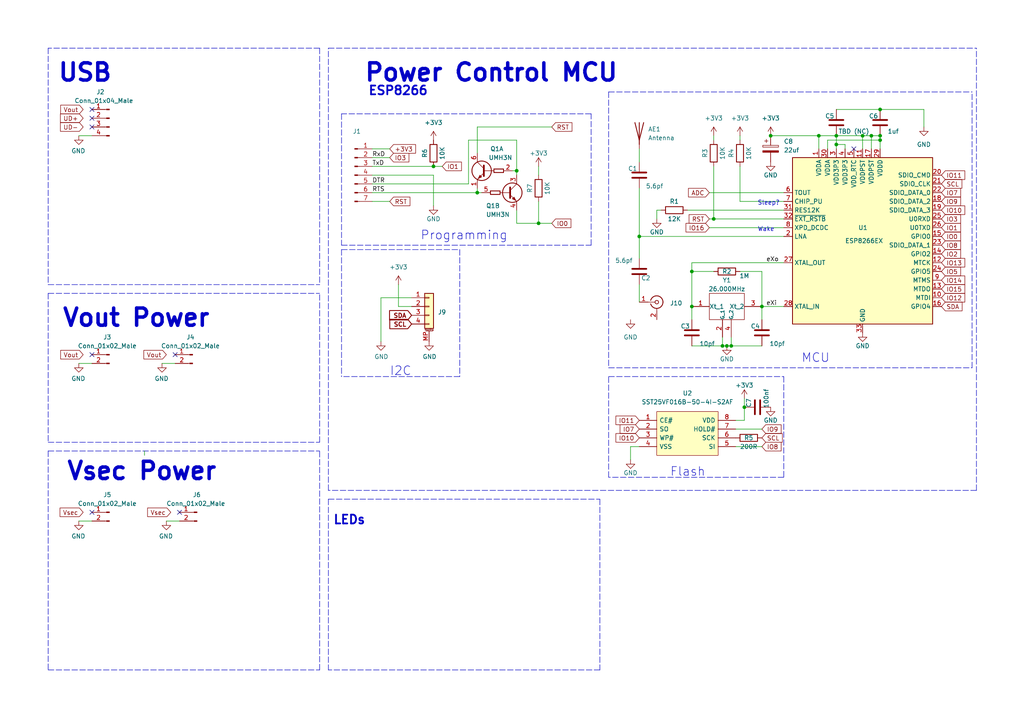
<source format=kicad_sch>
(kicad_sch (version 20211123) (generator eeschema)
  (paper "A4")
  (title_block (title "USB-C PD Controller") (rev "0.0.1") (company "The Nerd Mage"))
  (lib_symbols
    (symbol "0-TINKER Customs:ABM8-26.000MHz-20-D1X-T" (pin_names (offset 0.002))
      (property "Reference" "Y2" (at 0 8.255 0))
      (property "Value" "ABM8-26.000MHz-20-D1X-T" (at 0 6.35 0))
      (symbol "ABM8-26.000MHz-20-D1X-T_0_0"
        (pin passive line (at -10.16 0 0) (length 5.08) (name "Xt_1") (number "1"))
        (pin passive line (at -1.27 -8.89 90) (length 5.08) (name "G_1") (number "2"))
        (pin passive line (at 10.16 0 180) (length 5.08) (name "Xt_2") (number "3"))
        (pin passive line (at 1.27 -8.89 90) (length 5.08) (name "G_2") (number "4"))
      )
      (symbol "ABM8-26.000MHz-20-D1X-T_0_1"
        (polyline (pts (xy -5.08 3.81) (xy 5.08 3.81) (xy 5.08 -3.81) (xy -5.08 -3.81) (xy -5.08 3.81)) (stroke (width 0.1524)))
      )
    )
    (symbol "0-TINKER Customs:SST25VF016B-50-4I-S2AF" (pin_names (offset 0.762))
      (property "Reference" "IC1" (at 13.97 7.62 0))
      (property "Value" "SST25VF016B-50-4I-S2AF" (at 13.97 5.08 0))
      (symbol "SST25VF016B-50-4I-S2AF_0_0"
        (pin passive line (at 0 0 0) (length 5.08) (name "CE#") (number "1"))
        (pin passive line (at 0 -2.54 0) (length 5.08) (name "SO") (number "2"))
        (pin passive line (at 0 -5.08 0) (length 5.08) (name "WP#") (number "3"))
        (pin passive line (at 0 -7.62 0) (length 5.08) (name "VSS") (number "4"))
        (pin passive line (at 27.94 -7.62 180) (length 5.08) (name "SI") (number "5"))
        (pin passive line (at 27.94 -5.08 180) (length 5.08) (name "SCK") (number "6"))
        (pin passive line (at 27.94 -2.54 180) (length 5.08) (name "HOLD#") (number "7"))
        (pin passive line (at 27.94 0 180) (length 5.08) (name "VDD") (number "8"))
      )
      (symbol "SST25VF016B-50-4I-S2AF_0_1"
        (polyline (pts (xy 5.08 2.54) (xy 22.86 2.54) (xy 22.86 -10.16) (xy 5.08 -10.16) (xy 5.08 2.54)) (stroke (width 0.1524)) (fill (type background)))
      )
    )
    (symbol "Connector:Conn_01x02_Male" (pin_names (offset 1.016) hide)
      (property "Reference" "J" (at 0 2.54 0))
      (property "Value" "Conn_01x02_Male" (at 0 -5.08 0))
      (symbol "Conn_01x02_Male_1_1"
        (polyline (pts (xy 1.27 -2.54) (xy 0.8636 -2.54)) (stroke (width 0.1524)))
        (polyline (pts (xy 1.27 0) (xy 0.8636 0)) (stroke (width 0.1524)))
        (rectangle (start 0.8636 -2.413) (end 0 -2.667) (stroke (width 0.1524)) (fill (type outline)))
        (rectangle (start 0.8636 0.127) (end 0 -0.127) (stroke (width 0.1524)) (fill (type outline)))
        (pin passive line (at 5.08 0 180) (length 3.81) (name "Pin_1") (number "1"))
        (pin passive line (at 5.08 -2.54 180) (length 3.81) (name "Pin_2") (number "2"))
      )
    )
    (symbol "Connector:Conn_01x04_Male" (pin_names (offset 1.016) hide)
      (property "Reference" "J" (at 0 5.08 0))
      (property "Value" "Conn_01x04_Male" (at 0 -7.62 0))
      (symbol "Conn_01x04_Male_1_1"
        (polyline (pts (xy 1.27 -5.08) (xy 0.8636 -5.08)) (stroke (width 0.1524)))
        (polyline (pts (xy 1.27 -2.54) (xy 0.8636 -2.54)) (stroke (width 0.1524)))
        (polyline (pts (xy 1.27 0) (xy 0.8636 0)) (stroke (width 0.1524)))
        (polyline (pts (xy 1.27 2.54) (xy 0.8636 2.54)) (stroke (width 0.1524)))
        (rectangle (start 0.8636 -4.953) (end 0 -5.207) (stroke (width 0.1524)) (fill (type outline)))
        (rectangle (start 0.8636 -2.413) (end 0 -2.667) (stroke (width 0.1524)) (fill (type outline)))
        (rectangle (start 0.8636 0.127) (end 0 -0.127) (stroke (width 0.1524)) (fill (type outline)))
        (rectangle (start 0.8636 2.667) (end 0 2.413) (stroke (width 0.1524)) (fill (type outline)))
        (pin passive line (at 5.08 2.54 180) (length 3.81) (name "Pin_1") (number "1"))
        (pin passive line (at 5.08 0 180) (length 3.81) (name "Pin_2") (number "2"))
        (pin passive line (at 5.08 -2.54 180) (length 3.81) (name "Pin_3") (number "3"))
        (pin passive line (at 5.08 -5.08 180) (length 3.81) (name "Pin_4") (number "4"))
      )
    )
    (symbol "Connector:Conn_01x07_Male" (pin_names (offset 1.016) hide)
      (property "Reference" "J" (at 0 10.16 0))
      (property "Value" "Conn_01x07_Male" (at 0 -10.16 0))
      (symbol "Conn_01x07_Male_1_1"
        (polyline (pts (xy 1.27 -7.62) (xy 0.8636 -7.62)) (stroke (width 0.1524)))
        (polyline (pts (xy 1.27 -5.08) (xy 0.8636 -5.08)) (stroke (width 0.1524)))
        (polyline (pts (xy 1.27 -2.54) (xy 0.8636 -2.54)) (stroke (width 0.1524)))
        (polyline (pts (xy 1.27 0) (xy 0.8636 0)) (stroke (width 0.1524)))
        (polyline (pts (xy 1.27 2.54) (xy 0.8636 2.54)) (stroke (width 0.1524)))
        (polyline (pts (xy 1.27 5.08) (xy 0.8636 5.08)) (stroke (width 0.1524)))
        (polyline (pts (xy 1.27 7.62) (xy 0.8636 7.62)) (stroke (width 0.1524)))
        (rectangle (start 0.8636 -7.493) (end 0 -7.747) (stroke (width 0.1524)) (fill (type outline)))
        (rectangle (start 0.8636 -4.953) (end 0 -5.207) (stroke (width 0.1524)) (fill (type outline)))
        (rectangle (start 0.8636 -2.413) (end 0 -2.667) (stroke (width 0.1524)) (fill (type outline)))
        (rectangle (start 0.8636 0.127) (end 0 -0.127) (stroke (width 0.1524)) (fill (type outline)))
        (rectangle (start 0.8636 2.667) (end 0 2.413) (stroke (width 0.1524)) (fill (type outline)))
        (rectangle (start 0.8636 5.207) (end 0 4.953) (stroke (width 0.1524)) (fill (type outline)))
        (rectangle (start 0.8636 7.747) (end 0 7.493) (stroke (width 0.1524)) (fill (type outline)))
        (pin passive line (at 5.08 7.62 180) (length 3.81) (name "Pin_1") (number "1"))
        (pin passive line (at 5.08 5.08 180) (length 3.81) (name "Pin_2") (number "2"))
        (pin passive line (at 5.08 2.54 180) (length 3.81) (name "Pin_3") (number "3"))
        (pin passive line (at 5.08 0 180) (length 3.81) (name "Pin_4") (number "4"))
        (pin passive line (at 5.08 -2.54 180) (length 3.81) (name "Pin_5") (number "5"))
        (pin passive line (at 5.08 -5.08 180) (length 3.81) (name "Pin_6") (number "6"))
        (pin passive line (at 5.08 -7.62 180) (length 3.81) (name "Pin_7") (number "7"))
      )
    )
    (symbol "Connector:Conn_Coaxial" (pin_names (offset 1.016) hide)
      (property "Reference" "J" (at 0.254 3.048 0))
      (property "Value" "Conn_Coaxial" (at 2.921 0 90))
      (symbol "Conn_Coaxial_0_1"
        (arc (start -1.778 -0.508) (mid 0.222 -1.808) (end 1.778 0) (stroke (width 0.254)))
        (polyline (pts (xy -2.54 0) (xy -0.508 0)))
        (polyline (pts (xy 0 -2.54) (xy 0 -1.778)))
        (circle (center 0 0) (radius 0.508) (stroke (width 0.2032)))
        (arc (start 1.778 0) (mid 0.2221 1.8083) (end -1.778 0.508) (stroke (width 0.254)))
      )
      (symbol "Conn_Coaxial_1_1"
        (pin passive line (at -5.08 0 0) (length 2.54) (name "In") (number "1"))
        (pin passive line (at 0 -5.08 90) (length 2.54) (name "Ext") (number "2"))
      )
    )
    (symbol "Connector_Generic_MountingPin:Conn_01x04_MountingPin" (pin_names (offset 1.016) hide)
      (property "Reference" "J" (at 0 5.08 0))
      (property "Value" "Conn_01x04_MountingPin" (at 1.27 -7.62 0))
      (symbol "Conn_01x04_MountingPin_1_1"
        (rectangle (start -1.27 -4.953) (end 0 -5.207) (stroke (width 0.1524)))
        (rectangle (start -1.27 -2.413) (end 0 -2.667) (stroke (width 0.1524)))
        (rectangle (start -1.27 0.127) (end 0 -0.127) (stroke (width 0.1524)))
        (rectangle (start -1.27 2.667) (end 0 2.413) (stroke (width 0.1524)))
        (rectangle (start -1.27 3.81) (end 1.27 -6.35) (stroke (width 0.254)) (fill (type background)))
        (polyline (pts (xy -1.016 -7.112) (xy 1.016 -7.112)) (stroke (width 0.1524)))
        (text "Mounting" (at 0 -6.731 0) (effects (font (size 0.381 0.381))))
        (pin passive line (at -5.08 2.54 0) (length 3.81) (name "Pin_1") (number "1"))
        (pin passive line (at -5.08 0 0) (length 3.81) (name "Pin_2") (number "2"))
        (pin passive line (at -5.08 -2.54 0) (length 3.81) (name "Pin_3") (number "3"))
        (pin passive line (at -5.08 -5.08 0) (length 3.81) (name "Pin_4") (number "4"))
        (pin passive line (at 0 -10.16 90) (length 3.048) (name "MountPin") (number "MP"))
      )
    )
    (symbol "Device:C" (pin_numbers hide) (pin_names (offset 0.254))
      (property "Reference" "C" (at 0.635 2.54 0))
      (property "Value" "C" (at 0.635 -2.54 0))
      (symbol "C_0_1"
        (polyline (pts (xy -2.032 -0.762) (xy 2.032 -0.762)) (stroke (width 0.508)))
        (polyline (pts (xy -2.032 0.762) (xy 2.032 0.762)) (stroke (width 0.508)))
      )
      (symbol "C_1_1"
        (pin passive line (at 0 3.81 270) (length 2.794) (name "~") (number "1"))
        (pin passive line (at 0 -3.81 90) (length 2.794) (name "~") (number "2"))
      )
    )
    (symbol "Device:C_Polarized" (pin_numbers hide) (pin_names (offset 0.254))
      (property "Reference" "C" (at 0.635 2.54 0))
      (property "Value" "C_Polarized" (at 0.635 -2.54 0))
      (symbol "C_Polarized_0_1"
        (rectangle (start -2.286 0.508) (end 2.286 1.016))
        (polyline (pts (xy -1.778 2.286) (xy -0.762 2.286)))
        (polyline (pts (xy -1.27 2.794) (xy -1.27 1.778)))
        (rectangle (start 2.286 -0.508) (end -2.286 -1.016) (fill (type outline)))
      )
      (symbol "C_Polarized_1_1"
        (pin passive line (at 0 3.81 270) (length 2.794) (name "~") (number "1"))
        (pin passive line (at 0 -3.81 90) (length 2.794) (name "~") (number "2"))
      )
    )
    (symbol "Device:R" (pin_numbers hide) (pin_names (offset 0))
      (property "Reference" "R" (at 2.032 0 90))
      (property "Value" "R" (at 0 0 90))
      (symbol "R_0_1"
        (rectangle (start -1.016 -2.54) (end 1.016 2.54) (stroke (width 0.254)))
      )
      (symbol "R_1_1"
        (pin passive line (at 0 3.81 270) (length 1.27) (name "~") (number "1"))
        (pin passive line (at 0 -3.81 90) (length 1.27) (name "~") (number "2"))
      )
    )
    (symbol "MCU_Espressif:ESP8266EX"
      (property "Reference" "U" (at 0 2.54 0))
      (property "Value" "ESP8266EX" (at 0 -2.54 0))
      (symbol "ESP8266EX_0_1"
        (rectangle (start -20.32 22.86) (end 20.32 -25.4) (stroke (width 0.254)) (fill (type background)))
      )
      (symbol "ESP8266EX_1_1"
        (pin power_in line (at -12.7 25.4 270) (length 2.54) (name "VDDA") (number "1"))
        (pin bidirectional line (at 22.86 -17.78 180) (length 2.54) (name "MTDI") (number "10"))
        (pin power_in line (at 0 25.4 270) (length 2.54) (name "VDDPST") (number "11"))
        (pin bidirectional line (at 22.86 -7.62 180) (length 2.54) (name "MTCK") (number "12"))
        (pin bidirectional line (at 22.86 -15.24 180) (length 2.54) (name "MTDO") (number "13"))
        (pin bidirectional line (at 22.86 -5.08 180) (length 2.54) (name "GPIO2") (number "14"))
        (pin bidirectional line (at 22.86 0 180) (length 2.54) (name "GPIO0") (number "15"))
        (pin bidirectional line (at 22.86 -20.32 180) (length 2.54) (name "GPIO4") (number "16"))
        (pin power_in line (at 2.54 25.4 270) (length 2.54) (name "VDDPST") (number "17"))
        (pin bidirectional line (at 22.86 10.16 180) (length 2.54) (name "SDIO_DATA_2") (number "18"))
        (pin bidirectional line (at 22.86 7.62 180) (length 2.54) (name "SDIO_DATA_3") (number "19"))
        (pin bidirectional line (at -22.86 0 0) (length 2.54) (name "LNA") (number "2"))
        (pin bidirectional line (at 22.86 17.78 180) (length 2.54) (name "SDIO_CMD") (number "20"))
        (pin bidirectional line (at 22.86 15.24 180) (length 2.54) (name "SDIO_CLK") (number "21"))
        (pin bidirectional line (at 22.86 12.7 180) (length 2.54) (name "SDIO_DATA_0") (number "22"))
        (pin bidirectional line (at 22.86 -2.54 180) (length 2.54) (name "SDIO_DATA_1") (number "23"))
        (pin bidirectional line (at 22.86 -10.16 180) (length 2.54) (name "GPIO5") (number "24"))
        (pin bidirectional line (at 22.86 5.08 180) (length 2.54) (name "U0RXD") (number "25"))
        (pin bidirectional line (at 22.86 2.54 180) (length 2.54) (name "U0TXD") (number "26"))
        (pin bidirectional line (at -22.86 -7.62 0) (length 2.54) (name "XTAL_OUT") (number "27"))
        (pin bidirectional line (at -22.86 -20.32 0) (length 2.54) (name "XTAL_IN") (number "28"))
        (pin power_in line (at 5.08 25.4 270) (length 2.54) (name "VDDD") (number "29"))
        (pin power_in line (at -7.62 25.4 270) (length 2.54) (name "VDD3P3") (number "3"))
        (pin power_in line (at -10.16 25.4 270) (length 2.54) (name "VDDA") (number "30"))
        (pin input line (at -22.86 7.62 0) (length 2.54) (name "RES12K") (number "31"))
        (pin input line (at -22.86 5.08 0) (length 2.54) (name "~{EXT_RSTB}") (number "32"))
        (pin power_in line (at 0 -27.94 90) (length 2.54) (name "GND") (number "33"))
        (pin power_in line (at -5.08 25.4 270) (length 2.54) (name "VDD3P3") (number "4"))
        (pin power_in line (at -2.54 25.4 270) (length 2.54) (name "VDD_RTC") (number "5"))
        (pin input line (at -22.86 12.7 0) (length 2.54) (name "TOUT") (number "6"))
        (pin input line (at -22.86 10.16 0) (length 2.54) (name "CHIP_PU") (number "7"))
        (pin bidirectional line (at -22.86 2.54 0) (length 2.54) (name "XPD_DCDC") (number "8"))
        (pin bidirectional line (at 22.86 -12.7 180) (length 2.54) (name "MTMS") (number "9"))
      )
    )
    (symbol "TINKER Customs:Antenna" (pin_numbers hide) (pin_names (offset 1.016) hide)
      (property "Reference" "AE1" (at 2.54 0.6351 0))
      (property "Value" "Antenna" (at 2.54 -1.9049 0))
      (symbol "Antenna_0_1"
        (polyline (pts (xy 0 2.54) (xy 0 -3.81)) (stroke (width 0.254)))
        (polyline (pts (xy 1.27 2.54) (xy 0 -2.54) (xy -1.27 2.54)) (stroke (width 0.254)))
      )
      (symbol "Antenna_1_1"
        (pin input line (at 0 -5.08 90) (length 2.54) (name "A") (number "1"))
      )
    )
    (symbol "Transistor_BJT:UMH3N" (pin_names hide)
      (property "Reference" "Q" (at 7.62 1.27 0))
      (property "Value" "UMH3N" (at 7.62 -1.27 0))
      (symbol "UMH3N_0_1"
        (polyline (pts (xy 3.175 0) (xy 0.254 0)))
        (polyline (pts (xy 3.175 0.635) (xy 5.08 2.54)))
        (polyline (pts (xy 3.175 1.524) (xy 3.175 -1.524)) (stroke (width 0.508)))
        (polyline (pts (xy 3.175 -0.635) (xy 5.08 -2.54) (xy 5.08 -2.54)))
        (polyline (pts (xy 3.81 -1.778) (xy 4.318 -1.27) (xy 4.826 -2.286) (xy 3.81 -1.778) (xy 3.81 -1.778)) (fill (type outline)))
        (rectangle (start 0.254 0.508) (end -2.54 -0.508) (stroke (width 0.254)))
        (circle (center 3.81 0) (radius 2.8194) (stroke (width 0.254)))
      )
      (symbol "UMH3N_1_1"
        (pin passive line (at 5.08 -5.08 90) (length 2.54) (name "E1") (number "1"))
        (pin input line (at -5.08 0 0) (length 2.54) (name "B1") (number "2"))
        (pin passive line (at 5.08 5.08 270) (length 2.54) (name "C1") (number "6"))
      )
      (symbol "UMH3N_2_1"
        (pin passive line (at 5.08 5.08 270) (length 2.54) (name "C2") (number "3"))
        (pin passive line (at 5.08 -5.08 90) (length 2.54) (name "E2") (number "4"))
        (pin input line (at -5.08 0 0) (length 2.54) (name "B2") (number "5"))
      )
    )
    (symbol "power:+3.3V" (power) (pin_names (offset 0))
      (property "Value" "+3.3V" (at 0 3.556 0))
      (symbol "+3.3V_0_1"
        (polyline (pts (xy -0.762 1.27) (xy 0 2.54)))
        (polyline (pts (xy 0 0) (xy 0 2.54)))
        (polyline (pts (xy 0 2.54) (xy 0.762 1.27)))
      )
      (symbol "+3.3V_1_1"
        (pin power_in line (at 0 0 90) (length 0) hide (name "+3V3") (number "1"))
      )
    )
    (symbol "power:GND" (power) (pin_names (offset 0))
      (property "Value" "GND" (at 0 -3.81 0))
      (symbol "GND_0_1"
        (polyline (pts (xy 0 0) (xy 0 -1.27) (xy 1.27 -1.27) (xy 0 -2.54) (xy -1.27 -1.27) (xy 0 -1.27)))
      )
      (symbol "GND_1_1"
        (pin power_in line (at 0 0 270) (length 0) hide (name "GND") (number "1"))
      )
    )
  )
  (junction (at 242.57 39.37))
  (junction (at 185.42 68.58))
  (junction (at 200.66 88.9))
  (junction (at 255.27 40.64))
  (junction (at 138.43 55.88))
  (junction (at 200.66 78.74))
  (junction (at 149.86 49.53))
  (junction (at 209.55 100.33))
  (junction (at 207.01 63.5))
  (junction (at 215.9 118.11))
  (junction (at 237.49 39.37))
  (junction (at 255.27 31.75))
  (junction (at 210.82 100.33))
  (junction (at 220.98 88.9))
  (junction (at 212.09 100.33))
  (junction (at 223.52 39.37))
  (junction (at 242.57 41.91))
  (junction (at 125.73 48.26))
  (junction (at 252.73 39.37))
  (junction (at 156.21 64.77))
  (junction (at 255.27 39.37))
  (junction (at 250.19 39.37))
  (no_connect (at 26.67 31.75))
  (no_connect (at 247.65 43.18))
  (no_connect (at 26.67 34.29))
  (no_connect (at 26.67 148.59))
  (no_connect (at 50.8 102.87))
  (no_connect (at 52.07 148.59))
  (no_connect (at 26.67 36.83))
  (no_connect (at 26.67 102.87))
  (wire (pts (xy 215.9 118.11) (xy 215.9 121.92)))
  (wire (pts (xy 200.66 78.74) (xy 200.66 88.9)))
  (wire (pts (xy 107.95 53.34) (xy 135.89 53.34)))
  (polyline (pts (xy 227.33 138.43) (xy 176.53 138.43)))
  (wire (pts (xy 107.95 48.26) (xy 125.73 48.26)))
  (wire (pts (xy 125.73 48.26) (xy 128.27 48.26)))
  (wire (pts (xy 214.63 39.37) (xy 214.63 40.64)))
  (wire (pts (xy 220.98 88.9) (xy 220.98 92.71)))
  (wire (pts (xy 205.74 66.04) (xy 227.33 66.04)))
  (wire (pts (xy 119.38 88.9) (xy 115.57 88.9)))
  (wire (pts (xy 255.27 39.37) (xy 255.27 40.64)))
  (wire (pts (xy 213.36 129.54) (xy 220.98 129.54)))
  (polyline (pts (xy 95.25 144.78) (xy 173.99 144.78)))
  (polyline (pts (xy 92.71 13.97) (xy 92.71 82.55)))
  (wire (pts (xy 200.66 76.2) (xy 200.66 78.74)))
  (wire (pts (xy 149.86 64.77) (xy 149.86 60.96)))
  (wire (pts (xy 240.03 40.64) (xy 240.03 43.18)))
  (wire (pts (xy 237.49 39.37) (xy 237.49 43.18)))
  (polyline (pts (xy 176.53 106.68) (xy 281.94 106.68)))
  (wire (pts (xy 191.77 60.96) (xy 190.5 60.96)))
  (wire (pts (xy 210.82 100.33) (xy 212.09 100.33)))
  (polyline (pts (xy 92.71 13.97) (xy 13.97 13.97)))
  (polyline (pts (xy 13.97 128.27) (xy 92.71 128.27)))
  (polyline (pts (xy 95.25 144.78) (xy 95.25 194.31)))
  (wire (pts (xy 214.63 58.42) (xy 227.33 58.42)))
  (wire (pts (xy 220.98 78.74) (xy 220.98 88.9)))
  (wire (pts (xy 242.57 41.91) (xy 242.57 43.18)))
  (wire (pts (xy 148.59 49.53) (xy 149.86 49.53)))
  (polyline (pts (xy 176.53 138.43) (xy 176.53 109.22)))
  (polyline (pts (xy 92.71 128.27) (xy 92.71 85.09)))
  (wire (pts (xy 138.43 55.88) (xy 139.7 55.88)))
  (wire (pts (xy 156.21 48.26) (xy 156.21 50.8)))
  (wire (pts (xy 185.42 54.61) (xy 185.42 68.58)))
  (polyline (pts (xy 133.35 72.39) (xy 133.35 109.22)))
  (wire (pts (xy 107.95 58.42) (xy 113.03 58.42)))
  (wire (pts (xy 119.38 86.36) (xy 110.49 86.36)))
  (wire (pts (xy 220.98 88.9) (xy 227.33 88.9)))
  (wire (pts (xy 185.42 68.58) (xy 227.33 68.58)))
  (polyline (pts (xy 13.97 130.81) (xy 92.71 130.81)))
  (wire (pts (xy 242.57 31.75) (xy 255.27 31.75)))
  (wire (pts (xy 242.57 41.91) (xy 245.11 41.91)))
  (wire (pts (xy 215.9 115.57) (xy 215.9 118.11)))
  (wire (pts (xy 107.95 55.88) (xy 138.43 55.88)))
  (polyline (pts (xy 13.97 85.09) (xy 13.97 128.27)))
  (polyline (pts (xy 173.99 194.31) (xy 95.25 194.31)))
  (wire (pts (xy 185.42 43.18) (xy 185.42 46.99)))
  (polyline (pts (xy 176.53 26.67) (xy 176.53 106.68)))
  (polyline (pts (xy 281.94 106.68) (xy 281.94 26.67)))
  (polyline (pts (xy 13.97 194.31) (xy 92.71 194.31)))
  (wire (pts (xy 138.43 54.61) (xy 138.43 55.88)))
  (wire (pts (xy 26.67 39.37) (xy 22.86 39.37)))
  (wire (pts (xy 255.27 39.37) (xy 252.73 39.37)))
  (wire (pts (xy 115.57 88.9) (xy 115.57 82.55)))
  (polyline (pts (xy 13.97 82.55) (xy 92.71 82.55)))
  (wire (pts (xy 190.5 60.96) (xy 190.5 63.5)))
  (polyline (pts (xy 171.45 33.02) (xy 99.06 33.02)))
  (polyline (pts (xy 95.25 142.24) (xy 95.25 13.97)))
  (polyline (pts (xy 92.71 194.31) (xy 92.71 130.81)))
  (wire (pts (xy 135.89 53.34) (xy 135.89 40.64)))
  (wire (pts (xy 205.74 55.88) (xy 227.33 55.88)))
  (wire (pts (xy 207.01 48.26) (xy 207.01 63.5)))
  (wire (pts (xy 185.42 82.55) (xy 185.42 87.63)))
  (wire (pts (xy 107.95 43.18) (xy 113.03 43.18)))
  (wire (pts (xy 156.21 58.42) (xy 156.21 64.77)))
  (polyline (pts (xy 13.97 130.81) (xy 13.97 194.31)))
  (polyline (pts (xy 227.33 109.22) (xy 227.33 138.43)))
  (wire (pts (xy 149.86 40.64) (xy 149.86 49.53)))
  (wire (pts (xy 213.36 124.46) (xy 220.98 124.46)))
  (wire (pts (xy 200.66 88.9) (xy 200.66 92.71)))
  (polyline (pts (xy 95.25 13.97) (xy 283.21 13.97)))
  (polyline (pts (xy 283.21 142.24) (xy 95.25 142.24)))
  (polyline (pts (xy 99.06 72.39) (xy 133.35 72.39)))
  (polyline (pts (xy 13.97 13.97) (xy 13.97 82.55)))
  (polyline (pts (xy 99.06 71.12) (xy 171.45 71.12)))
  (wire (pts (xy 205.74 63.5) (xy 207.01 63.5)))
  (wire (pts (xy 207.01 63.5) (xy 227.33 63.5)))
  (wire (pts (xy 242.57 39.37) (xy 242.57 41.91)))
  (wire (pts (xy 26.67 105.41) (xy 22.86 105.41)))
  (wire (pts (xy 245.11 41.91) (xy 245.11 43.18)))
  (wire (pts (xy 149.86 49.53) (xy 149.86 50.8)))
  (wire (pts (xy 209.55 100.33) (xy 210.82 100.33)))
  (wire (pts (xy 200.66 76.2) (xy 227.33 76.2)))
  (wire (pts (xy 41.91 132.08) (xy 41.91 130.81)))
  (wire (pts (xy 107.95 50.8) (xy 125.73 50.8)))
  (polyline (pts (xy 99.06 72.39) (xy 99.06 109.22)))
  (wire (pts (xy 185.42 68.58) (xy 185.42 74.93)))
  (wire (pts (xy 240.03 40.64) (xy 255.27 40.64)))
  (wire (pts (xy 149.86 64.77) (xy 156.21 64.77)))
  (wire (pts (xy 185.42 129.54) (xy 182.88 129.54)))
  (wire (pts (xy 182.88 129.54) (xy 182.88 133.35)))
  (wire (pts (xy 255.27 40.64) (xy 255.27 43.18)))
  (wire (pts (xy 200.66 78.74) (xy 207.01 78.74)))
  (polyline (pts (xy 99.06 33.02) (xy 99.06 71.12)))
  (wire (pts (xy 207.01 40.64) (xy 207.01 39.37)))
  (wire (pts (xy 212.09 97.79) (xy 212.09 100.33)))
  (wire (pts (xy 237.49 39.37) (xy 223.52 39.37)))
  (wire (pts (xy 199.39 60.96) (xy 227.33 60.96)))
  (wire (pts (xy 110.49 86.36) (xy 110.49 99.06)))
  (polyline (pts (xy 176.53 109.22) (xy 227.33 109.22)))
  (wire (pts (xy 242.57 39.37) (xy 237.49 39.37)))
  (wire (pts (xy 250.19 39.37) (xy 242.57 39.37)))
  (wire (pts (xy 252.73 39.37) (xy 250.19 39.37)))
  (wire (pts (xy 212.09 100.33) (xy 220.98 100.33)))
  (wire (pts (xy 156.21 64.77) (xy 160.02 64.77)))
  (wire (pts (xy 135.89 40.64) (xy 149.86 40.64)))
  (polyline (pts (xy 173.99 144.78) (xy 173.99 194.31)))
  (wire (pts (xy 267.97 31.75) (xy 267.97 36.83)))
  (wire (pts (xy 52.07 151.13) (xy 48.26 151.13)))
  (wire (pts (xy 200.66 100.33) (xy 209.55 100.33)))
  (wire (pts (xy 125.73 50.8) (xy 125.73 59.69)))
  (wire (pts (xy 50.8 105.41) (xy 46.99 105.41)))
  (wire (pts (xy 138.43 36.83) (xy 138.43 44.45)))
  (wire (pts (xy 107.95 45.72) (xy 113.03 45.72)))
  (wire (pts (xy 255.27 31.75) (xy 267.97 31.75)))
  (polyline (pts (xy 283.21 142.24) (xy 283.21 13.97)))
  (polyline (pts (xy 133.35 109.22) (xy 99.06 109.22)))
  (polyline (pts (xy 13.97 85.09) (xy 92.71 85.09)))
  (polyline (pts (xy 171.45 71.12) (xy 171.45 33.02)))
  (wire (pts (xy 250.19 39.37) (xy 250.19 43.18)))
  (wire (pts (xy 215.9 121.92) (xy 213.36 121.92)))
  (polyline (pts (xy 176.53 26.67) (xy 281.94 26.67)))
  (wire (pts (xy 26.67 151.13) (xy 22.86 151.13)))
  (wire (pts (xy 214.63 78.74) (xy 220.98 78.74)))
  (wire (pts (xy 209.55 97.79) (xy 209.55 100.33)))
  (wire (pts (xy 214.63 48.26) (xy 214.63 58.42)))
  (wire (pts (xy 138.43 36.83) (xy 160.02 36.83)))
  (wire (pts (xy 252.73 39.37) (xy 252.73 43.18)))
  (text "Vsec Power" (at 19.05 139.7 0) (effects (font (size 5 5) (thickness 1) bold) (justify left bottom)))
  (text "Vout Power" (at 17.78 95.25 0) (effects (font (size 5 5) (thickness 1) bold) (justify left bottom)))
  (text "MCU" (at 232.41 105.41 0) (effects (font (size 2.54 2.54)) (justify left bottom)))
  (text "Wake" (at 219.71 67.31 0) (effects (font (size 1.27 1.27)) (justify left bottom)))
  (text "ESP8266" (at 106.68 27.94 180) (effects (font (size 2.54 2.54) (thickness 0.508) bold) (justify left bottom)))
  (text "USB" (at 16.51 24.13 0) (effects (font (size 5 5) (thickness 1) bold) (justify left bottom)))
  (text "I2C" (at 113.03 109.22 0) (effects (font (size 2.54 2.54)) (justify left bottom)))
  (text "Power Control MCU" (at 105.41 24.13 0) (effects (font (size 5 5) (thickness 1) bold) (justify left bottom)))
  (text "Sleep?" (at 219.71 59.69 0) (effects (font (size 1.27 1.27)) (justify left bottom)))
  (text "Programming" (at 121.92 69.85 0) (effects (font (size 2.54 2.54)) (justify left bottom)))
  (text "Flash" (at 194.31 138.43 0) (effects (font (size 2.54 2.54)) (justify left bottom)))
  (text "LEDs" (at 96.52 152.4 180) (effects (font (size 2.54 2.54) (thickness 0.508) bold) (justify left bottom)))
  (label "RTS" (at 107.95 55.88 0))
  (label "TxD" (at 107.95 48.26 0))
  (label "eXo" (at 222.25 76.2 0))
  (label "eXi" (at 222.25 88.9 0))
  (label "RxD" (at 107.95 45.72 0))
  (label "DTR" (at 107.95 53.34 0))
  (global_label "IO16" (shape input) (at 205.74 66.04 180) (property "Intersheet References" "${INTERSHEET_REFS}" (effects hide)))
  (global_label "IO9" (shape input) (at 220.98 124.46 0) (property "Intersheet References" "${INTERSHEET_REFS}" (effects hide)))
  (global_label "SCL" (shape input) (at 273.05 53.34 0) (property "Intersheet References" "${INTERSHEET_REFS}" (effects hide)))
  (global_label "Vout" (shape input) (at 24.13 31.75 180) (property "Intersheet References" "${INTERSHEET_REFS}" (effects hide)))
  (global_label "RST" (shape input) (at 113.03 58.42 0) (property "Intersheet References" "${INTERSHEET_REFS}" (effects hide)))
  (global_label "Vout" (shape input) (at 24.13 102.87 180) (property "Intersheet References" "${INTERSHEET_REFS}" (effects hide)))
  (global_label "Vsec" (shape input) (at 24.13 148.59 180) (property "Intersheet References" "${INTERSHEET_REFS}" (effects hide)))
  (global_label "IO0" (shape input) (at 273.05 68.58 0) (property "Intersheet References" "${INTERSHEET_REFS}" (effects hide)))
  (global_label "UD-" (shape input) (at 24.13 36.83 180) (property "Intersheet References" "${INTERSHEET_REFS}" (effects hide)))
  (global_label "Vout" (shape input) (at 48.26 102.87 180) (property "Intersheet References" "${INTERSHEET_REFS}" (effects hide)))
  (global_label "SCL" (shape input) (at 220.98 127 0) (property "Intersheet References" "${INTERSHEET_REFS}" (effects hide)))
  (global_label "IO1" (shape input) (at 128.27 48.26 0) (property "Intersheet References" "${INTERSHEET_REFS}" (effects hide)))
  (global_label "+3V3" (shape input) (at 113.03 43.18 0) (property "Intersheet References" "${INTERSHEET_REFS}" (effects hide)))
  (global_label "IO7" (shape input) (at 185.42 124.46 180) (property "Intersheet References" "${INTERSHEET_REFS}" (effects hide)))
  (global_label "IO5" (shape input) (at 273.05 78.74 0) (property "Intersheet References" "${INTERSHEET_REFS}" (effects hide)))
  (global_label "IO2" (shape input) (at 273.05 73.66 0) (property "Intersheet References" "${INTERSHEET_REFS}" (effects hide)))
  (global_label "IO0" (shape input) (at 160.02 64.77 0) (property "Intersheet References" "${INTERSHEET_REFS}" (effects hide)))
  (global_label "ADC" (shape input) (at 205.74 55.88 180) (property "Intersheet References" "${INTERSHEET_REFS}" (effects hide)))
  (global_label "IO9" (shape input) (at 273.05 58.42 0) (property "Intersheet References" "${INTERSHEET_REFS}" (effects hide)))
  (global_label "SDA" (shape input) (at 119.38 91.44 180) (effects (font bold)) (property "Intersheet References" "${INTERSHEET_REFS}" (effects hide)))
  (global_label "IO11" (shape input) (at 185.42 121.92 180) (property "Intersheet References" "${INTERSHEET_REFS}" (effects hide)))
  (global_label "SDA" (shape input) (at 273.05 88.9 0) (property "Intersheet References" "${INTERSHEET_REFS}" (effects hide)))
  (global_label "IO14" (shape input) (at 273.05 81.28 0) (property "Intersheet References" "${INTERSHEET_REFS}" (effects hide)))
  (global_label "IO7" (shape input) (at 273.05 55.88 0) (property "Intersheet References" "${INTERSHEET_REFS}" (effects hide)))
  (global_label "IO8" (shape input) (at 273.05 71.12 0) (property "Intersheet References" "${INTERSHEET_REFS}" (effects hide)))
  (global_label "SCL" (shape input) (at 119.38 93.98 180) (effects (font (thickness 0.254) bold)) (property "Intersheet References" "${INTERSHEET_REFS}" (effects hide)))
  (global_label "IO1" (shape input) (at 273.05 66.04 0) (property "Intersheet References" "${INTERSHEET_REFS}" (effects hide)))
  (global_label "IO12" (shape input) (at 273.05 86.36 0) (property "Intersheet References" "${INTERSHEET_REFS}" (effects hide)))
  (global_label "IO8" (shape input) (at 220.98 129.54 0) (property "Intersheet References" "${INTERSHEET_REFS}" (effects hide)))
  (global_label "IO13" (shape input) (at 273.05 76.2 0) (property "Intersheet References" "${INTERSHEET_REFS}" (effects hide)))
  (global_label "IO3" (shape input) (at 273.05 63.5 0) (property "Intersheet References" "${INTERSHEET_REFS}" (effects hide)))
  (global_label "IO10" (shape input) (at 185.42 127 180) (property "Intersheet References" "${INTERSHEET_REFS}" (effects hide)))
  (global_label "Vsec" (shape input) (at 49.53 148.59 180) (property "Intersheet References" "${INTERSHEET_REFS}" (effects hide)))
  (global_label "IO3" (shape input) (at 113.03 45.72 0) (property "Intersheet References" "${INTERSHEET_REFS}" (effects hide)))
  (global_label "RST" (shape input) (at 205.74 63.5 180) (property "Intersheet References" "${INTERSHEET_REFS}" (effects hide)))
  (global_label "IO10" (shape input) (at 273.05 60.96 0) (property "Intersheet References" "${INTERSHEET_REFS}" (effects hide)))
  (global_label "IO11" (shape input) (at 273.05 50.8 0) (property "Intersheet References" "${INTERSHEET_REFS}" (effects hide)))
  (global_label "IO15" (shape input) (at 273.05 83.82 0) (property "Intersheet References" "${INTERSHEET_REFS}" (effects hide)))
  (global_label "UD+" (shape input) (at 24.13 34.29 180) (property "Intersheet References" "${INTERSHEET_REFS}" (effects hide)))
  (global_label "RST" (shape input) (at 160.02 36.83 0) (property "Intersheet References" "${INTERSHEET_REFS}" (effects hide)))
  (symbol (lib_id "Connector:Conn_Coaxial") (at 190.5 87.63 0) (unit 1) (in_bom no) (on_board no)
    (property "Reference" "J10" (at 194.31 87.9231 0) (effects (justify left)))
    (property "Value" "Conn_Coaxial" (effects hide))
    (property "Footprint" "Connector_Coaxial:U.FL_Molex_MCRF_73412-0110_Vertical" (effects hide))
    (property "Datasheet" " ~" (effects hide))
  )
  (symbol (lib_id "power:GND") (at 250.19 96.52 0) (unit 1)
    (property "Reference" "#PWR0108" (effects hide))
    (property "Value" "GND" (at 250.19 100.33 0))
  )
  (symbol (lib_id "power:+3.3V") (at 223.52 39.37 0) (unit 1)
    (property "Reference" "#PWR0107" (effects hide))
    (property "Value" "+3.3V" (at 223.52 34.29 0))
  )
  (symbol (lib_id "power:GND") (at 190.5 63.5 0) (unit 1)
    (property "Reference" "#PWR0112" (effects hide))
    (property "Value" "GND" (at 190.5 67.31 0))
  )
  (symbol (lib_id "power:GND") (at 182.88 133.35 0) (unit 1)
    (property "Reference" "#PWR0102" (effects hide))
    (property "Value" "GND" (at 182.88 137.16 0))
  )
  (symbol (lib_id "Transistor_BJT:UMH3N") (at 143.51 49.53 0) (mirror y) (unit 1)
    (property "Reference" "Q1" (at 146.05 43.18 0) (effects (justify left)))
    (property "Value" "UMH3N" (at 148.59 45.72 0) (effects (justify left)))
    (property "Footprint" "Package_TO_SOT_SMD:SOT-363_SC-70-6" (effects hide))
    (property "Datasheet" "http://rohmfs.rohm.com/en/products/databook/datasheet/discrete/transistor/digital/emh3t2r-e.pdf" (effects hide))
  )
  (symbol (lib_id "power:GND") (at 223.52 118.11 0) (unit 1)
    (property "Reference" "#PWR0110" (effects hide))
    (property "Value" "GND" (at 223.52 121.92 0))
  )
  (symbol (lib_id "Device:R") (at 217.17 127 270) (unit 1)
    (property "Reference" "R5" (at 217.17 127 90))
    (property "Value" "200R" (at 217.17 129.54 90))
    (property "Footprint" "Resistor_SMD:R_0603_1608Metric" (effects hide))
  )
  (symbol (lib_id "Device:C") (at 220.98 96.52 180) (unit 1)
    (property "Reference" "C4" (at 219.075 94.615 0))
    (property "Value" "10pf" (at 225.425 99.695 0))
    (property "Footprint" "Capacitor_SMD:C_0603_1608Metric" (effects hide))
  )
  (symbol (lib_id "Device:C") (at 200.66 96.52 180) (unit 1)
    (property "Reference" "C3" (at 198.755 94.615 0))
    (property "Value" "10pf" (at 205.105 99.695 0))
    (property "Footprint" "Capacitor_SMD:C_0603_1608Metric" (effects hide))
  )
  (symbol (lib_id "Connector:Conn_01x02_Male") (at 31.75 102.87 0) (mirror y) (unit 1)
    (property "Reference" "J3" (at 31.115 97.79 0))
    (property "Value" "Conn_01x02_Male" (at 31.115 100.33 0))
    (property "Footprint" "Tinker:PinHeader_1x02_P2.54mm_Vertical" (effects hide))
  )
  (symbol (lib_id "Device:R") (at 207.01 44.45 180) (unit 1)
    (property "Reference" "R3" (at 204.47 44.45 90))
    (property "Value" "10K" (at 209.55 44.45 90))
    (property "Footprint" "Resistor_SMD:R_0603_1608Metric" (effects hide))
  )
  (symbol (lib_id "power:GND") (at 125.73 59.69 0) (unit 1)
    (property "Reference" "#PWR0118" (effects hide))
    (property "Value" "GND" (at 125.73 63.5 0))
  )
  (symbol (lib_id "Device:C") (at 255.27 35.56 180) (unit 1)
    (property "Reference" "C6" (at 253.365 33.655 0))
    (property "Value" "1uf" (at 259.08 38.1 0))
    (property "Footprint" "Capacitor_SMD:C_0603_1608Metric" (effects hide))
  )
  (symbol (lib_id "power:GND") (at 22.86 39.37 0) (mirror y) (unit 1)
    (property "Reference" "#PWR0106" (effects hide))
    (property "Value" "GND" (at 22.733 43.7642 0))
  )
  (symbol (lib_id "0-TINKER Customs:SST25VF016B-50-4I-S2AF") (at 185.42 121.92 0) (unit 1)
    (property "Reference" "U2" (at 199.39 114.0536 0))
    (property "Value" "SST25VF016B-50-4I-S2AF" (at 199.39 116.5936 0))
    (property "Footprint" "Package_SO:SOIC-8_5.275x5.275mm_P1.27mm" (effects hide))
    (property "Datasheet" "https://componentsearchengine.com/Datasheets/1/SST25VF016B-50-4I-S2AF.pdf" (effects hide))
    (property "Description" "NOR Flash" (effects hide))
    (property "Height" "2.16" (effects hide))
    (property "Manufacturer_Name" "Microchip" (effects hide))
    (property "Manufacturer_Part_Number" "SST25VF016B-50-4I-S2AF" (effects hide))
    (property "Mouser Part Number" "579-25VF016B5IS2AF" (effects hide))
    (property "Mouser Price/Stock" "https://www.mouser.co.uk/ProductDetail/Microchip-Technology/SST25VF016B-50-4I-S2AF?qs=1RUxC5ic%2FMoMGeEXhm8Oww%3D%3D" (effects hide))
    (property "Arrow Part Number" "SST25VF016B-50-4I-S2AF" (effects hide))
    (property "Arrow Price/Stock" "https://www.arrow.com/en/products/sst25vf016b-50-4i-s2af/microchip-technology?region=nac" (effects hide))
  )
  (symbol (lib_id "power:GND") (at 210.82 100.33 0) (unit 1)
    (property "Reference" "#PWR0114" (effects hide))
    (property "Value" "GND" (at 210.82 104.14 0))
  )
  (symbol (lib_id "Device:C_Polarized") (at 223.52 43.18 0) (unit 1)
    (property "Reference" "C8" (at 227.33 41.0209 0) (effects (justify left)))
    (property "Value" "22uf" (at 227.33 43.5609 0) (effects (justify left)))
    (property "Footprint" "Capacitor_Tantalum_SMD:CP_EIA-3528-21_Kemet-B_Pad1.50x2.35mm_HandSolder" (effects hide))
    (property "Datasheet" "http://datasheets.avx.com/TAJ.pdf" (effects hide))
    (property "P/N" "TAJB226M010RNJ" (effects hide))
  )
  (symbol (lib_id "Device:R") (at 214.63 44.45 180) (unit 1)
    (property "Reference" "R4" (at 212.09 44.45 90))
    (property "Value" "10K" (at 217.17 44.45 90))
    (property "Footprint" "Resistor_SMD:R_0603_1608Metric" (effects hide))
  )
  (symbol (lib_id "Transistor_BJT:UMH3N") (at 144.78 55.88 0) (unit 2)
    (property "Reference" "Q1" (at 140.97 59.69 0) (effects (justify left)))
    (property "Value" "UMH3N" (at 140.97 62.23 0) (effects (justify left)))
    (property "Footprint" "Package_TO_SOT_SMD:SOT-363_SC-70-6" (effects hide))
    (property "Datasheet" "http://rohmfs.rohm.com/en/products/databook/datasheet/discrete/transistor/digital/emh3t2r-e.pdf" (effects hide))
  )
  (symbol (lib_id "power:GND") (at 22.86 105.41 0) (mirror y) (unit 1)
    (property "Reference" "#PWR0104" (effects hide))
    (property "Value" "GND" (at 22.733 109.8042 0))
  )
  (symbol (lib_id "Device:C") (at 185.42 78.74 0) (unit 1) (in_bom no) (on_board no)
    (property "Reference" "C2" (at 187.325 80.645 0))
    (property "Value" "5.6pf" (at 180.975 75.565 0))
    (property "Footprint" "Capacitor_SMD:C_0603_1608Metric" (effects hide))
  )
  (symbol (lib_id "power:GND") (at 267.97 36.83 0) (unit 1)
    (property "Reference" "#PWR0105" (effects hide))
    (property "Value" "GND" (at 267.97 41.91 0))
  )
  (symbol (lib_id "power:GND") (at 182.88 92.71 0) (unit 1)
    (property "Reference" "#PWR0113" (effects hide))
    (property "Value" "GND" (at 182.88 97.79 0))
  )
  (symbol (lib_id "power:GND") (at 223.52 46.99 0) (unit 1)
    (property "Reference" "#PWR0119" (effects hide))
    (property "Value" "GND" (at 223.52 50.8 0))
  )
  (symbol (lib_id "Device:R") (at 195.58 60.96 90) (unit 1)
    (property "Reference" "R1" (at 195.58 58.42 90))
    (property "Value" "12K" (at 195.58 63.5 90))
    (property "Footprint" "Resistor_SMD:R_0603_1608Metric" (effects hide))
  )
  (symbol (lib_id "power:+3.3V") (at 156.21 48.26 0) (unit 1)
    (property "Reference" "#PWR0116" (effects hide))
    (property "Value" "+3.3V" (at 156.21 44.45 0))
  )
  (symbol (lib_id "Device:C") (at 219.71 118.11 90) (unit 1)
    (property "Reference" "C7" (at 217.17 116.84 0))
    (property "Value" "100nf" (at 222.25 115.57 0))
    (property "Footprint" "Capacitor_SMD:C_0603_1608Metric" (effects hide))
  )
  (symbol (lib_id "power:+3.3V") (at 115.57 82.55 0) (unit 1)
    (property "Reference" "#PWR0115" (effects hide))
    (property "Value" "+3.3V" (at 115.57 77.47 0))
  )
  (symbol (lib_id "power:GND") (at 48.26 151.13 0) (mirror y) (unit 1)
    (property "Reference" "#PWR0101" (effects hide))
    (property "Value" "GND" (at 48.133 155.5242 0))
  )
  (symbol (lib_id "power:GND") (at 46.99 105.41 0) (mirror y) (unit 1)
    (property "Reference" "#PWR0121" (effects hide))
    (property "Value" "GND" (at 46.863 109.8042 0))
  )
  (symbol (lib_id "power:+3.3V") (at 207.01 39.37 0) (unit 1)
    (property "Reference" "#PWR0111" (effects hide))
    (property "Value" "+3.3V" (at 207.01 34.29 0))
  )
  (symbol (lib_id "Device:R") (at 210.82 78.74 90) (unit 1)
    (property "Reference" "R2" (at 210.82 78.74 90))
    (property "Value" "1M" (at 215.9 80.01 90))
    (property "Footprint" "Resistor_SMD:R_0603_1608Metric" (effects hide))
  )
  (symbol (lib_id "power:GND") (at 22.86 151.13 0) (mirror y) (unit 1)
    (property "Reference" "#PWR0120" (effects hide))
    (property "Value" "GND" (at 22.733 155.5242 0))
  )
  (symbol (lib_id "power:+3.3V") (at 214.63 39.37 0) (unit 1)
    (property "Reference" "#PWR0103" (effects hide))
    (property "Value" "+3.3V" (at 214.63 34.29 0))
  )
  (symbol (lib_id "Connector_Generic_MountingPin:Conn_01x04_MountingPin") (at 124.46 88.9 0) (unit 1)
    (property "Reference" "J9" (at 127 90.5255 0) (effects (justify left)))
    (property "Value" "Conn_01x04_MountingPin" (effects hide))
    (property "Footprint" "Tinker:JST_SH_SM04B-SRSS-TB_1x04-1MP_P1.00mm_Horizontal" (effects hide))
  )
  (symbol (lib_id "Device:R") (at 125.73 44.45 180) (unit 1)
    (property "Reference" "R6" (at 123.19 44.45 90))
    (property "Value" "10K" (at 128.27 44.45 90))
    (property "Footprint" "Resistor_SMD:R_0603_1608Metric" (effects hide))
  )
  (symbol (lib_id "power:+3.3V") (at 215.9 115.57 0) (unit 1)
    (property "Reference" "#PWR0109" (effects hide))
    (property "Value" "+3.3V" (at 215.9 111.76 0))
  )
  (symbol (lib_id "Device:R") (at 156.21 54.61 180) (unit 1)
    (property "Reference" "R7" (at 153.67 54.61 90))
    (property "Value" "10K" (at 158.75 54.61 90))
    (property "Footprint" "Resistor_SMD:R_0603_1608Metric" (effects hide))
  )
  (symbol (lib_id "Connector:Conn_01x02_Male") (at 57.15 148.59 0) (mirror y) (unit 1)
    (property "Reference" "J6" (at 55.88 143.51 0) (effects (justify right)))
    (property "Value" "Conn_01x02_Male" (at 48.26 146.05 0) (effects (justify right)))
    (property "Footprint" "Tinker:PinHeader_1x02_P2.54mm_Vertical" (effects hide))
  )
  (symbol (lib_id "Connector:Conn_01x04_Male") (at 31.75 34.29 0) (mirror y) (unit 1)
    (property "Reference" "J2" (at 27.94 26.67 0) (effects (justify right)))
    (property "Value" "Conn_01x04_Male" (at 21.59 29.21 0) (effects (justify right)))
    (property "Footprint" "Tinker:PinHeader_1x04_P2.54mm_Vertical" (effects hide))
  )
  (symbol (lib_id "power:+3.3V") (at 125.73 40.64 0) (unit 1)
    (property "Reference" "#PWR0117" (effects hide))
    (property "Value" "+3.3V" (at 125.73 35.56 0))
  )
  (symbol (lib_id "Device:C") (at 242.57 35.56 180) (unit 1)
    (property "Reference" "C5" (at 240.665 33.655 0))
    (property "Value" "TBD (NC)" (at 247.65 38.1 0))
    (property "Footprint" "Capacitor_SMD:C_0603_1608Metric" (effects hide))
  )
  (symbol (lib_id "power:GND") (at 124.46 99.06 0) (unit 1)
    (property "Reference" "#PWR0123" (effects hide))
    (property "Value" "GND" (at 124.587 103.4542 0))
  )
  (symbol (lib_id "Connector:Conn_01x02_Male") (at 55.88 102.87 0) (mirror y) (unit 1)
    (property "Reference" "J4" (at 55.245 97.79 0))
    (property "Value" "Conn_01x02_Male" (at 55.245 100.33 0))
    (property "Footprint" "Tinker:PinHeader_1x02_P2.54mm_Vertical" (effects hide))
  )
  (symbol (lib_id "0-TINKER Customs:ABM8-26.000MHz-20-D1X-T") (at 210.82 88.9 0) (unit 1)
    (property "Reference" "Y1" (at 210.82 81.28 0))
    (property "Value" "26.000MHz" (at 210.82 83.82 0))
    (property "Footprint" "Tinker:ABM825000MHz10B1UT" (effects hide))
    (property "Datasheet" "https://abracon.com/Resonators/abm8.pdf" (effects hide))
    (property "Description" "CRYSTAL 25.0000MHZ 20PF SMD" (effects hide))
    (property "Height" "0.8" (effects hide))
    (property "Manufacturer_Name" "ABRACON" (effects hide))
    (property "Manufacturer_Part_Number" "ABM8-25.000MHz-20-D1X-T" (effects hide))
    (property "Mouser Part Number" "815-M825000MHZ20D1XT" (effects hide))
    (property "Mouser Price/Stock" "https://www.mouser.co.uk/ProductDetail/ABRACON/ABM8-25000MHZ-20-D1X-T?qs=vLWxofP3U2wG9GR0CKrroQ%3D%3D" (effects hide))
  )
  (symbol (lib_id "TINKER Customs:Antenna") (at 185.42 38.1 0) (unit 1) (in_bom no) (on_board no)
    (property "Reference" "AE1" (at 187.96 37.4649 0) (effects (justify left)))
    (property "Value" "Antenna" (at 187.96 40.0049 0) (effects (justify left)))
    (property "Footprint" "Tinker Customs:Texas_SWRA117D_2.4GHz_Left" (effects hide))
  )
  (symbol (lib_id "power:GND") (at 110.49 99.06 0) (unit 1)
    (property "Reference" "#PWR0124" (effects hide))
    (property "Value" "GND" (at 110.617 103.4542 0))
  )
  (symbol (lib_id "MCU_Espressif:ESP8266EX") (at 250.19 68.58 0) (unit 1)
    (property "Reference" "U1" (at 248.92 66.04 0) (effects (justify left)))
    (property "Value" "ESP8266EX" (at 245.11 69.85 0) (effects (justify left)))
    (property "Footprint" "Package_DFN_QFN:QFN-32-1EP_5x5mm_P0.5mm_EP3.45x3.45mm" (effects hide))
    (property "Datasheet" "http://espressif.com/sites/default/files/documentation/0a-esp8266ex_datasheet_en.pdf" (effects hide))
  )
  (symbol (lib_id "Device:C") (at 185.42 50.8 180) (unit 1) (in_bom no) (on_board no)
    (property "Reference" "C1" (at 183.515 48.895 0))
    (property "Value" "5.6pf" (at 189.865 53.975 0))
    (property "Footprint" "Capacitor_SMD:C_0603_1608Metric" (effects hide))
  )
  (symbol (lib_id "Connector:Conn_01x02_Male") (at 31.75 148.59 0) (mirror y) (unit 1)
    (property "Reference" "J5" (at 31.115 143.51 0))
    (property "Value" "Conn_01x02_Male" (at 31.115 146.05 0))
    (property "Footprint" "Tinker:PinHeader_1x02_P2.54mm_Vertical" (effects hide))
  )
  (symbol (lib_id "Connector:Conn_01x07_Male") (at 102.87 50.8 0) (unit 1)
    (property "Reference" "J1" (at 103.505 38.1 0))
    (property "Value" "Conn_01x07_Male" (effects hide))
    (property "Footprint" "Connector_PinHeader_2.54mm:PinHeader_1x07_P2.54mm_Vertical" (effects hide))
  )
)
</source>
